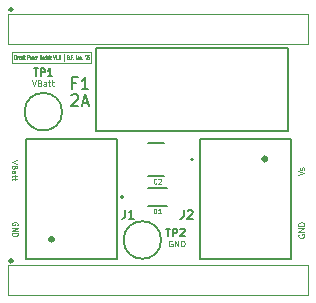
<source format=gbr>
%TF.GenerationSoftware,KiCad,Pcbnew,8.0.7*%
%TF.CreationDate,2025-01-14T17:05:08-05:00*%
%TF.ProjectId,Circuit Power Module,43697263-7569-4742-9050-6f776572204d,rev?*%
%TF.SameCoordinates,Original*%
%TF.FileFunction,Legend,Top*%
%TF.FilePolarity,Positive*%
%FSLAX46Y46*%
G04 Gerber Fmt 4.6, Leading zero omitted, Abs format (unit mm)*
G04 Created by KiCad (PCBNEW 8.0.7) date 2025-01-14 17:05:08*
%MOMM*%
%LPD*%
G01*
G04 APERTURE LIST*
%ADD10C,0.100000*%
%ADD11C,0.050000*%
%ADD12C,0.150000*%
%ADD13C,0.062500*%
%ADD14C,0.076200*%
%ADD15C,0.254000*%
%ADD16C,0.152400*%
%ADD17C,0.127000*%
%ADD18C,0.200000*%
%ADD19C,0.400000*%
G04 APERTURE END LIST*
D10*
X69050000Y-53960000D02*
X75740000Y-53960000D01*
X75740000Y-54840000D01*
X69050000Y-54840000D01*
X69050000Y-53960000D01*
X69498842Y-68607932D02*
X69520271Y-68565075D01*
X69520271Y-68565075D02*
X69520271Y-68500789D01*
X69520271Y-68500789D02*
X69498842Y-68436503D01*
X69498842Y-68436503D02*
X69455985Y-68393646D01*
X69455985Y-68393646D02*
X69413128Y-68372217D01*
X69413128Y-68372217D02*
X69327414Y-68350789D01*
X69327414Y-68350789D02*
X69263128Y-68350789D01*
X69263128Y-68350789D02*
X69177414Y-68372217D01*
X69177414Y-68372217D02*
X69134557Y-68393646D01*
X69134557Y-68393646D02*
X69091700Y-68436503D01*
X69091700Y-68436503D02*
X69070271Y-68500789D01*
X69070271Y-68500789D02*
X69070271Y-68543646D01*
X69070271Y-68543646D02*
X69091700Y-68607932D01*
X69091700Y-68607932D02*
X69113128Y-68629360D01*
X69113128Y-68629360D02*
X69263128Y-68629360D01*
X69263128Y-68629360D02*
X69263128Y-68543646D01*
X69070271Y-68822217D02*
X69520271Y-68822217D01*
X69520271Y-68822217D02*
X69070271Y-69079360D01*
X69070271Y-69079360D02*
X69520271Y-69079360D01*
X69070271Y-69293646D02*
X69520271Y-69293646D01*
X69520271Y-69293646D02*
X69520271Y-69400789D01*
X69520271Y-69400789D02*
X69498842Y-69465075D01*
X69498842Y-69465075D02*
X69455985Y-69507932D01*
X69455985Y-69507932D02*
X69413128Y-69529361D01*
X69413128Y-69529361D02*
X69327414Y-69550789D01*
X69327414Y-69550789D02*
X69263128Y-69550789D01*
X69263128Y-69550789D02*
X69177414Y-69529361D01*
X69177414Y-69529361D02*
X69134557Y-69507932D01*
X69134557Y-69507932D02*
X69091700Y-69465075D01*
X69091700Y-69465075D02*
X69070271Y-69400789D01*
X69070271Y-69400789D02*
X69070271Y-69293646D01*
X70737218Y-56323609D02*
X70903884Y-56823609D01*
X70903884Y-56823609D02*
X71070551Y-56323609D01*
X71403884Y-56561704D02*
X71475312Y-56585514D01*
X71475312Y-56585514D02*
X71499122Y-56609323D01*
X71499122Y-56609323D02*
X71522931Y-56656942D01*
X71522931Y-56656942D02*
X71522931Y-56728371D01*
X71522931Y-56728371D02*
X71499122Y-56775990D01*
X71499122Y-56775990D02*
X71475312Y-56799800D01*
X71475312Y-56799800D02*
X71427693Y-56823609D01*
X71427693Y-56823609D02*
X71237217Y-56823609D01*
X71237217Y-56823609D02*
X71237217Y-56323609D01*
X71237217Y-56323609D02*
X71403884Y-56323609D01*
X71403884Y-56323609D02*
X71451503Y-56347419D01*
X71451503Y-56347419D02*
X71475312Y-56371228D01*
X71475312Y-56371228D02*
X71499122Y-56418847D01*
X71499122Y-56418847D02*
X71499122Y-56466466D01*
X71499122Y-56466466D02*
X71475312Y-56514085D01*
X71475312Y-56514085D02*
X71451503Y-56537895D01*
X71451503Y-56537895D02*
X71403884Y-56561704D01*
X71403884Y-56561704D02*
X71237217Y-56561704D01*
X71951503Y-56823609D02*
X71951503Y-56561704D01*
X71951503Y-56561704D02*
X71927693Y-56514085D01*
X71927693Y-56514085D02*
X71880074Y-56490276D01*
X71880074Y-56490276D02*
X71784836Y-56490276D01*
X71784836Y-56490276D02*
X71737217Y-56514085D01*
X71951503Y-56799800D02*
X71903884Y-56823609D01*
X71903884Y-56823609D02*
X71784836Y-56823609D01*
X71784836Y-56823609D02*
X71737217Y-56799800D01*
X71737217Y-56799800D02*
X71713408Y-56752180D01*
X71713408Y-56752180D02*
X71713408Y-56704561D01*
X71713408Y-56704561D02*
X71737217Y-56656942D01*
X71737217Y-56656942D02*
X71784836Y-56633133D01*
X71784836Y-56633133D02*
X71903884Y-56633133D01*
X71903884Y-56633133D02*
X71951503Y-56609323D01*
X72118170Y-56490276D02*
X72308646Y-56490276D01*
X72189598Y-56323609D02*
X72189598Y-56752180D01*
X72189598Y-56752180D02*
X72213408Y-56799800D01*
X72213408Y-56799800D02*
X72261027Y-56823609D01*
X72261027Y-56823609D02*
X72308646Y-56823609D01*
X72403884Y-56490276D02*
X72594360Y-56490276D01*
X72475312Y-56323609D02*
X72475312Y-56752180D01*
X72475312Y-56752180D02*
X72499122Y-56799800D01*
X72499122Y-56799800D02*
X72546741Y-56823609D01*
X72546741Y-56823609D02*
X72594360Y-56823609D01*
X93283609Y-64393258D02*
X93783609Y-64226592D01*
X93783609Y-64226592D02*
X93283609Y-64059925D01*
X93759800Y-63917068D02*
X93783609Y-63869449D01*
X93783609Y-63869449D02*
X93783609Y-63774211D01*
X93783609Y-63774211D02*
X93759800Y-63726592D01*
X93759800Y-63726592D02*
X93712180Y-63702783D01*
X93712180Y-63702783D02*
X93688371Y-63702783D01*
X93688371Y-63702783D02*
X93640752Y-63726592D01*
X93640752Y-63726592D02*
X93616942Y-63774211D01*
X93616942Y-63774211D02*
X93616942Y-63845640D01*
X93616942Y-63845640D02*
X93593133Y-63893259D01*
X93593133Y-63893259D02*
X93545514Y-63917068D01*
X93545514Y-63917068D02*
X93521704Y-63917068D01*
X93521704Y-63917068D02*
X93474085Y-63893259D01*
X93474085Y-63893259D02*
X93450276Y-63845640D01*
X93450276Y-63845640D02*
X93450276Y-63774211D01*
X93450276Y-63774211D02*
X93474085Y-63726592D01*
X69490271Y-63115075D02*
X69040271Y-63265075D01*
X69040271Y-63265075D02*
X69490271Y-63415075D01*
X69275985Y-63715074D02*
X69254557Y-63779360D01*
X69254557Y-63779360D02*
X69233128Y-63800789D01*
X69233128Y-63800789D02*
X69190271Y-63822217D01*
X69190271Y-63822217D02*
X69125985Y-63822217D01*
X69125985Y-63822217D02*
X69083128Y-63800789D01*
X69083128Y-63800789D02*
X69061700Y-63779360D01*
X69061700Y-63779360D02*
X69040271Y-63736503D01*
X69040271Y-63736503D02*
X69040271Y-63565074D01*
X69040271Y-63565074D02*
X69490271Y-63565074D01*
X69490271Y-63565074D02*
X69490271Y-63715074D01*
X69490271Y-63715074D02*
X69468842Y-63757932D01*
X69468842Y-63757932D02*
X69447414Y-63779360D01*
X69447414Y-63779360D02*
X69404557Y-63800789D01*
X69404557Y-63800789D02*
X69361700Y-63800789D01*
X69361700Y-63800789D02*
X69318842Y-63779360D01*
X69318842Y-63779360D02*
X69297414Y-63757932D01*
X69297414Y-63757932D02*
X69275985Y-63715074D01*
X69275985Y-63715074D02*
X69275985Y-63565074D01*
X69040271Y-64207932D02*
X69275985Y-64207932D01*
X69275985Y-64207932D02*
X69318842Y-64186503D01*
X69318842Y-64186503D02*
X69340271Y-64143646D01*
X69340271Y-64143646D02*
X69340271Y-64057932D01*
X69340271Y-64057932D02*
X69318842Y-64015074D01*
X69061700Y-64207932D02*
X69040271Y-64165074D01*
X69040271Y-64165074D02*
X69040271Y-64057932D01*
X69040271Y-64057932D02*
X69061700Y-64015074D01*
X69061700Y-64015074D02*
X69104557Y-63993646D01*
X69104557Y-63993646D02*
X69147414Y-63993646D01*
X69147414Y-63993646D02*
X69190271Y-64015074D01*
X69190271Y-64015074D02*
X69211700Y-64057932D01*
X69211700Y-64057932D02*
X69211700Y-64165074D01*
X69211700Y-64165074D02*
X69233128Y-64207932D01*
X69340271Y-64357932D02*
X69340271Y-64529360D01*
X69490271Y-64422217D02*
X69104557Y-64422217D01*
X69104557Y-64422217D02*
X69061700Y-64443646D01*
X69061700Y-64443646D02*
X69040271Y-64486503D01*
X69040271Y-64486503D02*
X69040271Y-64529360D01*
X69340271Y-64615075D02*
X69340271Y-64786503D01*
X69490271Y-64679360D02*
X69104557Y-64679360D01*
X69104557Y-64679360D02*
X69061700Y-64700789D01*
X69061700Y-64700789D02*
X69040271Y-64743646D01*
X69040271Y-64743646D02*
X69040271Y-64786503D01*
D11*
X69334798Y-54540352D02*
X69325274Y-54559400D01*
X69325274Y-54559400D02*
X69296703Y-54578447D01*
X69296703Y-54578447D02*
X69277655Y-54578447D01*
X69277655Y-54578447D02*
X69249084Y-54559400D01*
X69249084Y-54559400D02*
X69230036Y-54521304D01*
X69230036Y-54521304D02*
X69220513Y-54483209D01*
X69220513Y-54483209D02*
X69210989Y-54407019D01*
X69210989Y-54407019D02*
X69210989Y-54349876D01*
X69210989Y-54349876D02*
X69220513Y-54273685D01*
X69220513Y-54273685D02*
X69230036Y-54235590D01*
X69230036Y-54235590D02*
X69249084Y-54197495D01*
X69249084Y-54197495D02*
X69277655Y-54178447D01*
X69277655Y-54178447D02*
X69296703Y-54178447D01*
X69296703Y-54178447D02*
X69325274Y-54197495D01*
X69325274Y-54197495D02*
X69334798Y-54216542D01*
X69420513Y-54578447D02*
X69420513Y-54311780D01*
X69420513Y-54178447D02*
X69410989Y-54197495D01*
X69410989Y-54197495D02*
X69420513Y-54216542D01*
X69420513Y-54216542D02*
X69430036Y-54197495D01*
X69430036Y-54197495D02*
X69420513Y-54178447D01*
X69420513Y-54178447D02*
X69420513Y-54216542D01*
X69515751Y-54578447D02*
X69515751Y-54311780D01*
X69515751Y-54387971D02*
X69525274Y-54349876D01*
X69525274Y-54349876D02*
X69534798Y-54330828D01*
X69534798Y-54330828D02*
X69553846Y-54311780D01*
X69553846Y-54311780D02*
X69572893Y-54311780D01*
X69725275Y-54559400D02*
X69706227Y-54578447D01*
X69706227Y-54578447D02*
X69668132Y-54578447D01*
X69668132Y-54578447D02*
X69649084Y-54559400D01*
X69649084Y-54559400D02*
X69639561Y-54540352D01*
X69639561Y-54540352D02*
X69630037Y-54502257D01*
X69630037Y-54502257D02*
X69630037Y-54387971D01*
X69630037Y-54387971D02*
X69639561Y-54349876D01*
X69639561Y-54349876D02*
X69649084Y-54330828D01*
X69649084Y-54330828D02*
X69668132Y-54311780D01*
X69668132Y-54311780D02*
X69706227Y-54311780D01*
X69706227Y-54311780D02*
X69725275Y-54330828D01*
X69896704Y-54311780D02*
X69896704Y-54578447D01*
X69810990Y-54311780D02*
X69810990Y-54521304D01*
X69810990Y-54521304D02*
X69820513Y-54559400D01*
X69820513Y-54559400D02*
X69839561Y-54578447D01*
X69839561Y-54578447D02*
X69868132Y-54578447D01*
X69868132Y-54578447D02*
X69887180Y-54559400D01*
X69887180Y-54559400D02*
X69896704Y-54540352D01*
X69991942Y-54578447D02*
X69991942Y-54311780D01*
X69991942Y-54178447D02*
X69982418Y-54197495D01*
X69982418Y-54197495D02*
X69991942Y-54216542D01*
X69991942Y-54216542D02*
X70001465Y-54197495D01*
X70001465Y-54197495D02*
X69991942Y-54178447D01*
X69991942Y-54178447D02*
X69991942Y-54216542D01*
X70058608Y-54311780D02*
X70134799Y-54311780D01*
X70087180Y-54178447D02*
X70087180Y-54521304D01*
X70087180Y-54521304D02*
X70096703Y-54559400D01*
X70096703Y-54559400D02*
X70115751Y-54578447D01*
X70115751Y-54578447D02*
X70134799Y-54578447D01*
X70353847Y-54578447D02*
X70353847Y-54178447D01*
X70353847Y-54178447D02*
X70430037Y-54178447D01*
X70430037Y-54178447D02*
X70449085Y-54197495D01*
X70449085Y-54197495D02*
X70458608Y-54216542D01*
X70458608Y-54216542D02*
X70468132Y-54254638D01*
X70468132Y-54254638D02*
X70468132Y-54311780D01*
X70468132Y-54311780D02*
X70458608Y-54349876D01*
X70458608Y-54349876D02*
X70449085Y-54368923D01*
X70449085Y-54368923D02*
X70430037Y-54387971D01*
X70430037Y-54387971D02*
X70353847Y-54387971D01*
X70582418Y-54578447D02*
X70563370Y-54559400D01*
X70563370Y-54559400D02*
X70553847Y-54540352D01*
X70553847Y-54540352D02*
X70544323Y-54502257D01*
X70544323Y-54502257D02*
X70544323Y-54387971D01*
X70544323Y-54387971D02*
X70553847Y-54349876D01*
X70553847Y-54349876D02*
X70563370Y-54330828D01*
X70563370Y-54330828D02*
X70582418Y-54311780D01*
X70582418Y-54311780D02*
X70610989Y-54311780D01*
X70610989Y-54311780D02*
X70630037Y-54330828D01*
X70630037Y-54330828D02*
X70639561Y-54349876D01*
X70639561Y-54349876D02*
X70649085Y-54387971D01*
X70649085Y-54387971D02*
X70649085Y-54502257D01*
X70649085Y-54502257D02*
X70639561Y-54540352D01*
X70639561Y-54540352D02*
X70630037Y-54559400D01*
X70630037Y-54559400D02*
X70610989Y-54578447D01*
X70610989Y-54578447D02*
X70582418Y-54578447D01*
X70715751Y-54311780D02*
X70753846Y-54578447D01*
X70753846Y-54578447D02*
X70791941Y-54387971D01*
X70791941Y-54387971D02*
X70830037Y-54578447D01*
X70830037Y-54578447D02*
X70868132Y-54311780D01*
X71020513Y-54559400D02*
X71001465Y-54578447D01*
X71001465Y-54578447D02*
X70963370Y-54578447D01*
X70963370Y-54578447D02*
X70944323Y-54559400D01*
X70944323Y-54559400D02*
X70934799Y-54521304D01*
X70934799Y-54521304D02*
X70934799Y-54368923D01*
X70934799Y-54368923D02*
X70944323Y-54330828D01*
X70944323Y-54330828D02*
X70963370Y-54311780D01*
X70963370Y-54311780D02*
X71001465Y-54311780D01*
X71001465Y-54311780D02*
X71020513Y-54330828D01*
X71020513Y-54330828D02*
X71030037Y-54368923D01*
X71030037Y-54368923D02*
X71030037Y-54407019D01*
X71030037Y-54407019D02*
X70934799Y-54445114D01*
X71115752Y-54578447D02*
X71115752Y-54311780D01*
X71115752Y-54387971D02*
X71125275Y-54349876D01*
X71125275Y-54349876D02*
X71134799Y-54330828D01*
X71134799Y-54330828D02*
X71153847Y-54311780D01*
X71153847Y-54311780D02*
X71172894Y-54311780D01*
X71391943Y-54578447D02*
X71391943Y-54178447D01*
X71391943Y-54178447D02*
X71458609Y-54464161D01*
X71458609Y-54464161D02*
X71525276Y-54178447D01*
X71525276Y-54178447D02*
X71525276Y-54578447D01*
X71649085Y-54578447D02*
X71630037Y-54559400D01*
X71630037Y-54559400D02*
X71620514Y-54540352D01*
X71620514Y-54540352D02*
X71610990Y-54502257D01*
X71610990Y-54502257D02*
X71610990Y-54387971D01*
X71610990Y-54387971D02*
X71620514Y-54349876D01*
X71620514Y-54349876D02*
X71630037Y-54330828D01*
X71630037Y-54330828D02*
X71649085Y-54311780D01*
X71649085Y-54311780D02*
X71677656Y-54311780D01*
X71677656Y-54311780D02*
X71696704Y-54330828D01*
X71696704Y-54330828D02*
X71706228Y-54349876D01*
X71706228Y-54349876D02*
X71715752Y-54387971D01*
X71715752Y-54387971D02*
X71715752Y-54502257D01*
X71715752Y-54502257D02*
X71706228Y-54540352D01*
X71706228Y-54540352D02*
X71696704Y-54559400D01*
X71696704Y-54559400D02*
X71677656Y-54578447D01*
X71677656Y-54578447D02*
X71649085Y-54578447D01*
X71887180Y-54578447D02*
X71887180Y-54178447D01*
X71887180Y-54559400D02*
X71868132Y-54578447D01*
X71868132Y-54578447D02*
X71830037Y-54578447D01*
X71830037Y-54578447D02*
X71810989Y-54559400D01*
X71810989Y-54559400D02*
X71801466Y-54540352D01*
X71801466Y-54540352D02*
X71791942Y-54502257D01*
X71791942Y-54502257D02*
X71791942Y-54387971D01*
X71791942Y-54387971D02*
X71801466Y-54349876D01*
X71801466Y-54349876D02*
X71810989Y-54330828D01*
X71810989Y-54330828D02*
X71830037Y-54311780D01*
X71830037Y-54311780D02*
X71868132Y-54311780D01*
X71868132Y-54311780D02*
X71887180Y-54330828D01*
X72068132Y-54311780D02*
X72068132Y-54578447D01*
X71982418Y-54311780D02*
X71982418Y-54521304D01*
X71982418Y-54521304D02*
X71991941Y-54559400D01*
X71991941Y-54559400D02*
X72010989Y-54578447D01*
X72010989Y-54578447D02*
X72039560Y-54578447D01*
X72039560Y-54578447D02*
X72058608Y-54559400D01*
X72058608Y-54559400D02*
X72068132Y-54540352D01*
X72191941Y-54578447D02*
X72172893Y-54559400D01*
X72172893Y-54559400D02*
X72163370Y-54521304D01*
X72163370Y-54521304D02*
X72163370Y-54178447D01*
X72344322Y-54559400D02*
X72325274Y-54578447D01*
X72325274Y-54578447D02*
X72287179Y-54578447D01*
X72287179Y-54578447D02*
X72268132Y-54559400D01*
X72268132Y-54559400D02*
X72258608Y-54521304D01*
X72258608Y-54521304D02*
X72258608Y-54368923D01*
X72258608Y-54368923D02*
X72268132Y-54330828D01*
X72268132Y-54330828D02*
X72287179Y-54311780D01*
X72287179Y-54311780D02*
X72325274Y-54311780D01*
X72325274Y-54311780D02*
X72344322Y-54330828D01*
X72344322Y-54330828D02*
X72353846Y-54368923D01*
X72353846Y-54368923D02*
X72353846Y-54407019D01*
X72353846Y-54407019D02*
X72258608Y-54445114D01*
X72563370Y-54178447D02*
X72630037Y-54578447D01*
X72630037Y-54578447D02*
X72696703Y-54178447D01*
X72868132Y-54578447D02*
X72753847Y-54578447D01*
X72810990Y-54578447D02*
X72810990Y-54178447D01*
X72810990Y-54178447D02*
X72791942Y-54235590D01*
X72791942Y-54235590D02*
X72772894Y-54273685D01*
X72772894Y-54273685D02*
X72753847Y-54292733D01*
X72953847Y-54540352D02*
X72963370Y-54559400D01*
X72963370Y-54559400D02*
X72953847Y-54578447D01*
X72953847Y-54578447D02*
X72944323Y-54559400D01*
X72944323Y-54559400D02*
X72953847Y-54540352D01*
X72953847Y-54540352D02*
X72953847Y-54578447D01*
X73087180Y-54178447D02*
X73106227Y-54178447D01*
X73106227Y-54178447D02*
X73125275Y-54197495D01*
X73125275Y-54197495D02*
X73134799Y-54216542D01*
X73134799Y-54216542D02*
X73144323Y-54254638D01*
X73144323Y-54254638D02*
X73153846Y-54330828D01*
X73153846Y-54330828D02*
X73153846Y-54426066D01*
X73153846Y-54426066D02*
X73144323Y-54502257D01*
X73144323Y-54502257D02*
X73134799Y-54540352D01*
X73134799Y-54540352D02*
X73125275Y-54559400D01*
X73125275Y-54559400D02*
X73106227Y-54578447D01*
X73106227Y-54578447D02*
X73087180Y-54578447D01*
X73087180Y-54578447D02*
X73068132Y-54559400D01*
X73068132Y-54559400D02*
X73058608Y-54540352D01*
X73058608Y-54540352D02*
X73049085Y-54502257D01*
X73049085Y-54502257D02*
X73039561Y-54426066D01*
X73039561Y-54426066D02*
X73039561Y-54330828D01*
X73039561Y-54330828D02*
X73049085Y-54254638D01*
X73049085Y-54254638D02*
X73058608Y-54216542D01*
X73058608Y-54216542D02*
X73068132Y-54197495D01*
X73068132Y-54197495D02*
X73087180Y-54178447D01*
X73439561Y-54711780D02*
X73439561Y-54140352D01*
X73801465Y-54368923D02*
X73830037Y-54387971D01*
X73830037Y-54387971D02*
X73839560Y-54407019D01*
X73839560Y-54407019D02*
X73849084Y-54445114D01*
X73849084Y-54445114D02*
X73849084Y-54502257D01*
X73849084Y-54502257D02*
X73839560Y-54540352D01*
X73839560Y-54540352D02*
X73830037Y-54559400D01*
X73830037Y-54559400D02*
X73810989Y-54578447D01*
X73810989Y-54578447D02*
X73734799Y-54578447D01*
X73734799Y-54578447D02*
X73734799Y-54178447D01*
X73734799Y-54178447D02*
X73801465Y-54178447D01*
X73801465Y-54178447D02*
X73820513Y-54197495D01*
X73820513Y-54197495D02*
X73830037Y-54216542D01*
X73830037Y-54216542D02*
X73839560Y-54254638D01*
X73839560Y-54254638D02*
X73839560Y-54292733D01*
X73839560Y-54292733D02*
X73830037Y-54330828D01*
X73830037Y-54330828D02*
X73820513Y-54349876D01*
X73820513Y-54349876D02*
X73801465Y-54368923D01*
X73801465Y-54368923D02*
X73734799Y-54368923D01*
X73934799Y-54540352D02*
X73944322Y-54559400D01*
X73944322Y-54559400D02*
X73934799Y-54578447D01*
X73934799Y-54578447D02*
X73925275Y-54559400D01*
X73925275Y-54559400D02*
X73934799Y-54540352D01*
X73934799Y-54540352D02*
X73934799Y-54578447D01*
X74096703Y-54368923D02*
X74030037Y-54368923D01*
X74030037Y-54578447D02*
X74030037Y-54178447D01*
X74030037Y-54178447D02*
X74125275Y-54178447D01*
X74201466Y-54540352D02*
X74210989Y-54559400D01*
X74210989Y-54559400D02*
X74201466Y-54578447D01*
X74201466Y-54578447D02*
X74191942Y-54559400D01*
X74191942Y-54559400D02*
X74201466Y-54540352D01*
X74201466Y-54540352D02*
X74201466Y-54578447D01*
X74506227Y-54178447D02*
X74506227Y-54464161D01*
X74506227Y-54464161D02*
X74496704Y-54521304D01*
X74496704Y-54521304D02*
X74477656Y-54559400D01*
X74477656Y-54559400D02*
X74449085Y-54578447D01*
X74449085Y-54578447D02*
X74430037Y-54578447D01*
X74687180Y-54578447D02*
X74687180Y-54368923D01*
X74687180Y-54368923D02*
X74677656Y-54330828D01*
X74677656Y-54330828D02*
X74658608Y-54311780D01*
X74658608Y-54311780D02*
X74620513Y-54311780D01*
X74620513Y-54311780D02*
X74601466Y-54330828D01*
X74687180Y-54559400D02*
X74668132Y-54578447D01*
X74668132Y-54578447D02*
X74620513Y-54578447D01*
X74620513Y-54578447D02*
X74601466Y-54559400D01*
X74601466Y-54559400D02*
X74591942Y-54521304D01*
X74591942Y-54521304D02*
X74591942Y-54483209D01*
X74591942Y-54483209D02*
X74601466Y-54445114D01*
X74601466Y-54445114D02*
X74620513Y-54426066D01*
X74620513Y-54426066D02*
X74668132Y-54426066D01*
X74668132Y-54426066D02*
X74687180Y-54407019D01*
X74782418Y-54311780D02*
X74782418Y-54578447D01*
X74782418Y-54349876D02*
X74791941Y-54330828D01*
X74791941Y-54330828D02*
X74810989Y-54311780D01*
X74810989Y-54311780D02*
X74839560Y-54311780D01*
X74839560Y-54311780D02*
X74858608Y-54330828D01*
X74858608Y-54330828D02*
X74868132Y-54368923D01*
X74868132Y-54368923D02*
X74868132Y-54578447D01*
X74963370Y-54540352D02*
X74972893Y-54559400D01*
X74972893Y-54559400D02*
X74963370Y-54578447D01*
X74963370Y-54578447D02*
X74953846Y-54559400D01*
X74953846Y-54559400D02*
X74963370Y-54540352D01*
X74963370Y-54540352D02*
X74963370Y-54578447D01*
X75220512Y-54178447D02*
X75201465Y-54254638D01*
X75296703Y-54216542D02*
X75306227Y-54197495D01*
X75306227Y-54197495D02*
X75325274Y-54178447D01*
X75325274Y-54178447D02*
X75372893Y-54178447D01*
X75372893Y-54178447D02*
X75391941Y-54197495D01*
X75391941Y-54197495D02*
X75401465Y-54216542D01*
X75401465Y-54216542D02*
X75410988Y-54254638D01*
X75410988Y-54254638D02*
X75410988Y-54292733D01*
X75410988Y-54292733D02*
X75401465Y-54349876D01*
X75401465Y-54349876D02*
X75287179Y-54578447D01*
X75287179Y-54578447D02*
X75410988Y-54578447D01*
X75591941Y-54178447D02*
X75496703Y-54178447D01*
X75496703Y-54178447D02*
X75487179Y-54368923D01*
X75487179Y-54368923D02*
X75496703Y-54349876D01*
X75496703Y-54349876D02*
X75515750Y-54330828D01*
X75515750Y-54330828D02*
X75563369Y-54330828D01*
X75563369Y-54330828D02*
X75582417Y-54349876D01*
X75582417Y-54349876D02*
X75591941Y-54368923D01*
X75591941Y-54368923D02*
X75601464Y-54407019D01*
X75601464Y-54407019D02*
X75601464Y-54502257D01*
X75601464Y-54502257D02*
X75591941Y-54540352D01*
X75591941Y-54540352D02*
X75582417Y-54559400D01*
X75582417Y-54559400D02*
X75563369Y-54578447D01*
X75563369Y-54578447D02*
X75515750Y-54578447D01*
X75515750Y-54578447D02*
X75496703Y-54559400D01*
X75496703Y-54559400D02*
X75487179Y-54540352D01*
D10*
X82616741Y-69927419D02*
X82569122Y-69903609D01*
X82569122Y-69903609D02*
X82497693Y-69903609D01*
X82497693Y-69903609D02*
X82426265Y-69927419D01*
X82426265Y-69927419D02*
X82378646Y-69975038D01*
X82378646Y-69975038D02*
X82354836Y-70022657D01*
X82354836Y-70022657D02*
X82331027Y-70117895D01*
X82331027Y-70117895D02*
X82331027Y-70189323D01*
X82331027Y-70189323D02*
X82354836Y-70284561D01*
X82354836Y-70284561D02*
X82378646Y-70332180D01*
X82378646Y-70332180D02*
X82426265Y-70379800D01*
X82426265Y-70379800D02*
X82497693Y-70403609D01*
X82497693Y-70403609D02*
X82545312Y-70403609D01*
X82545312Y-70403609D02*
X82616741Y-70379800D01*
X82616741Y-70379800D02*
X82640550Y-70355990D01*
X82640550Y-70355990D02*
X82640550Y-70189323D01*
X82640550Y-70189323D02*
X82545312Y-70189323D01*
X82854836Y-70403609D02*
X82854836Y-69903609D01*
X82854836Y-69903609D02*
X83140550Y-70403609D01*
X83140550Y-70403609D02*
X83140550Y-69903609D01*
X83378646Y-70403609D02*
X83378646Y-69903609D01*
X83378646Y-69903609D02*
X83497694Y-69903609D01*
X83497694Y-69903609D02*
X83569122Y-69927419D01*
X83569122Y-69927419D02*
X83616741Y-69975038D01*
X83616741Y-69975038D02*
X83640551Y-70022657D01*
X83640551Y-70022657D02*
X83664360Y-70117895D01*
X83664360Y-70117895D02*
X83664360Y-70189323D01*
X83664360Y-70189323D02*
X83640551Y-70284561D01*
X83640551Y-70284561D02*
X83616741Y-70332180D01*
X83616741Y-70332180D02*
X83569122Y-70379800D01*
X83569122Y-70379800D02*
X83497694Y-70403609D01*
X83497694Y-70403609D02*
X83378646Y-70403609D01*
X93307419Y-69405163D02*
X93283609Y-69452782D01*
X93283609Y-69452782D02*
X93283609Y-69524211D01*
X93283609Y-69524211D02*
X93307419Y-69595639D01*
X93307419Y-69595639D02*
X93355038Y-69643258D01*
X93355038Y-69643258D02*
X93402657Y-69667068D01*
X93402657Y-69667068D02*
X93497895Y-69690877D01*
X93497895Y-69690877D02*
X93569323Y-69690877D01*
X93569323Y-69690877D02*
X93664561Y-69667068D01*
X93664561Y-69667068D02*
X93712180Y-69643258D01*
X93712180Y-69643258D02*
X93759800Y-69595639D01*
X93759800Y-69595639D02*
X93783609Y-69524211D01*
X93783609Y-69524211D02*
X93783609Y-69476592D01*
X93783609Y-69476592D02*
X93759800Y-69405163D01*
X93759800Y-69405163D02*
X93735990Y-69381354D01*
X93735990Y-69381354D02*
X93569323Y-69381354D01*
X93569323Y-69381354D02*
X93569323Y-69476592D01*
X93783609Y-69167068D02*
X93283609Y-69167068D01*
X93283609Y-69167068D02*
X93783609Y-68881354D01*
X93783609Y-68881354D02*
X93283609Y-68881354D01*
X93783609Y-68643258D02*
X93283609Y-68643258D01*
X93283609Y-68643258D02*
X93283609Y-68524210D01*
X93283609Y-68524210D02*
X93307419Y-68452782D01*
X93307419Y-68452782D02*
X93355038Y-68405163D01*
X93355038Y-68405163D02*
X93402657Y-68381353D01*
X93402657Y-68381353D02*
X93497895Y-68357544D01*
X93497895Y-68357544D02*
X93569323Y-68357544D01*
X93569323Y-68357544D02*
X93664561Y-68381353D01*
X93664561Y-68381353D02*
X93712180Y-68405163D01*
X93712180Y-68405163D02*
X93759800Y-68452782D01*
X93759800Y-68452782D02*
X93783609Y-68524210D01*
X93783609Y-68524210D02*
X93783609Y-68643258D01*
D12*
X74082268Y-57620057D02*
X74129887Y-57572438D01*
X74129887Y-57572438D02*
X74225125Y-57524819D01*
X74225125Y-57524819D02*
X74463220Y-57524819D01*
X74463220Y-57524819D02*
X74558458Y-57572438D01*
X74558458Y-57572438D02*
X74606077Y-57620057D01*
X74606077Y-57620057D02*
X74653696Y-57715295D01*
X74653696Y-57715295D02*
X74653696Y-57810533D01*
X74653696Y-57810533D02*
X74606077Y-57953390D01*
X74606077Y-57953390D02*
X74034649Y-58524819D01*
X74034649Y-58524819D02*
X74653696Y-58524819D01*
X75034649Y-58239104D02*
X75510839Y-58239104D01*
X74939411Y-58524819D02*
X75272744Y-57524819D01*
X75272744Y-57524819D02*
X75606077Y-58524819D01*
D10*
X81283333Y-65041752D02*
X81264285Y-65060800D01*
X81264285Y-65060800D02*
X81207143Y-65079847D01*
X81207143Y-65079847D02*
X81169047Y-65079847D01*
X81169047Y-65079847D02*
X81111904Y-65060800D01*
X81111904Y-65060800D02*
X81073809Y-65022704D01*
X81073809Y-65022704D02*
X81054762Y-64984609D01*
X81054762Y-64984609D02*
X81035714Y-64908419D01*
X81035714Y-64908419D02*
X81035714Y-64851276D01*
X81035714Y-64851276D02*
X81054762Y-64775085D01*
X81054762Y-64775085D02*
X81073809Y-64736990D01*
X81073809Y-64736990D02*
X81111904Y-64698895D01*
X81111904Y-64698895D02*
X81169047Y-64679847D01*
X81169047Y-64679847D02*
X81207143Y-64679847D01*
X81207143Y-64679847D02*
X81264285Y-64698895D01*
X81264285Y-64698895D02*
X81283333Y-64717942D01*
X81435714Y-64717942D02*
X81454762Y-64698895D01*
X81454762Y-64698895D02*
X81492857Y-64679847D01*
X81492857Y-64679847D02*
X81588095Y-64679847D01*
X81588095Y-64679847D02*
X81626190Y-64698895D01*
X81626190Y-64698895D02*
X81645238Y-64717942D01*
X81645238Y-64717942D02*
X81664285Y-64756038D01*
X81664285Y-64756038D02*
X81664285Y-64794133D01*
X81664285Y-64794133D02*
X81645238Y-64851276D01*
X81645238Y-64851276D02*
X81416666Y-65079847D01*
X81416666Y-65079847D02*
X81664285Y-65079847D01*
D13*
X81054762Y-67611797D02*
X81054762Y-67211797D01*
X81054762Y-67211797D02*
X81150000Y-67211797D01*
X81150000Y-67211797D02*
X81207143Y-67230845D01*
X81207143Y-67230845D02*
X81245238Y-67268940D01*
X81245238Y-67268940D02*
X81264285Y-67307035D01*
X81264285Y-67307035D02*
X81283333Y-67383226D01*
X81283333Y-67383226D02*
X81283333Y-67440369D01*
X81283333Y-67440369D02*
X81264285Y-67516559D01*
X81264285Y-67516559D02*
X81245238Y-67554654D01*
X81245238Y-67554654D02*
X81207143Y-67592750D01*
X81207143Y-67592750D02*
X81150000Y-67611797D01*
X81150000Y-67611797D02*
X81054762Y-67611797D01*
X81664285Y-67611797D02*
X81435714Y-67611797D01*
X81550000Y-67611797D02*
X81550000Y-67211797D01*
X81550000Y-67211797D02*
X81511904Y-67268940D01*
X81511904Y-67268940D02*
X81473809Y-67307035D01*
X81473809Y-67307035D02*
X81435714Y-67326083D01*
D12*
X70892381Y-55328276D02*
X71258095Y-55328276D01*
X71075238Y-55968276D02*
X71075238Y-55328276D01*
X71471428Y-55968276D02*
X71471428Y-55328276D01*
X71471428Y-55328276D02*
X71715238Y-55328276D01*
X71715238Y-55328276D02*
X71776190Y-55358752D01*
X71776190Y-55358752D02*
X71806667Y-55389228D01*
X71806667Y-55389228D02*
X71837143Y-55450180D01*
X71837143Y-55450180D02*
X71837143Y-55541609D01*
X71837143Y-55541609D02*
X71806667Y-55602561D01*
X71806667Y-55602561D02*
X71776190Y-55633038D01*
X71776190Y-55633038D02*
X71715238Y-55663514D01*
X71715238Y-55663514D02*
X71471428Y-55663514D01*
X72446667Y-55968276D02*
X72080952Y-55968276D01*
X72263809Y-55968276D02*
X72263809Y-55328276D01*
X72263809Y-55328276D02*
X72202857Y-55419704D01*
X72202857Y-55419704D02*
X72141905Y-55480657D01*
X72141905Y-55480657D02*
X72080952Y-55511133D01*
X83590000Y-67309164D02*
X83590000Y-67844878D01*
X83590000Y-67844878D02*
X83554285Y-67952021D01*
X83554285Y-67952021D02*
X83482857Y-68023450D01*
X83482857Y-68023450D02*
X83375714Y-68059164D01*
X83375714Y-68059164D02*
X83304285Y-68059164D01*
X83911429Y-67380592D02*
X83947143Y-67344878D01*
X83947143Y-67344878D02*
X84018572Y-67309164D01*
X84018572Y-67309164D02*
X84197143Y-67309164D01*
X84197143Y-67309164D02*
X84268572Y-67344878D01*
X84268572Y-67344878D02*
X84304286Y-67380592D01*
X84304286Y-67380592D02*
X84340000Y-67452021D01*
X84340000Y-67452021D02*
X84340000Y-67523450D01*
X84340000Y-67523450D02*
X84304286Y-67630592D01*
X84304286Y-67630592D02*
X83875714Y-68059164D01*
X83875714Y-68059164D02*
X84340000Y-68059164D01*
X78620000Y-67309164D02*
X78620000Y-67844878D01*
X78620000Y-67844878D02*
X78584285Y-67952021D01*
X78584285Y-67952021D02*
X78512857Y-68023450D01*
X78512857Y-68023450D02*
X78405714Y-68059164D01*
X78405714Y-68059164D02*
X78334285Y-68059164D01*
X79370000Y-68059164D02*
X78941429Y-68059164D01*
X79155714Y-68059164D02*
X79155714Y-67309164D01*
X79155714Y-67309164D02*
X79084286Y-67416307D01*
X79084286Y-67416307D02*
X79012857Y-67487735D01*
X79012857Y-67487735D02*
X78941429Y-67523450D01*
X74463220Y-56571009D02*
X74129887Y-56571009D01*
X74129887Y-57094819D02*
X74129887Y-56094819D01*
X74129887Y-56094819D02*
X74606077Y-56094819D01*
X75510839Y-57094819D02*
X74939411Y-57094819D01*
X75225125Y-57094819D02*
X75225125Y-56094819D01*
X75225125Y-56094819D02*
X75129887Y-56237676D01*
X75129887Y-56237676D02*
X75034649Y-56332914D01*
X75034649Y-56332914D02*
X74939411Y-56380533D01*
X82102381Y-68908276D02*
X82468095Y-68908276D01*
X82285238Y-69548276D02*
X82285238Y-68908276D01*
X82681428Y-69548276D02*
X82681428Y-68908276D01*
X82681428Y-68908276D02*
X82925238Y-68908276D01*
X82925238Y-68908276D02*
X82986190Y-68938752D01*
X82986190Y-68938752D02*
X83016667Y-68969228D01*
X83016667Y-68969228D02*
X83047143Y-69030180D01*
X83047143Y-69030180D02*
X83047143Y-69121609D01*
X83047143Y-69121609D02*
X83016667Y-69182561D01*
X83016667Y-69182561D02*
X82986190Y-69213038D01*
X82986190Y-69213038D02*
X82925238Y-69243514D01*
X82925238Y-69243514D02*
X82681428Y-69243514D01*
X83290952Y-68969228D02*
X83321428Y-68938752D01*
X83321428Y-68938752D02*
X83382381Y-68908276D01*
X83382381Y-68908276D02*
X83534762Y-68908276D01*
X83534762Y-68908276D02*
X83595714Y-68938752D01*
X83595714Y-68938752D02*
X83626190Y-68969228D01*
X83626190Y-68969228D02*
X83656667Y-69030180D01*
X83656667Y-69030180D02*
X83656667Y-69091133D01*
X83656667Y-69091133D02*
X83626190Y-69182561D01*
X83626190Y-69182561D02*
X83260476Y-69548276D01*
X83260476Y-69548276D02*
X83656667Y-69548276D01*
D14*
%TO.C,REF\u002A\u002A*%
X68710000Y-72004150D02*
X68710000Y-74544150D01*
X68710000Y-72004150D02*
X94110000Y-72004150D01*
X94110000Y-72004150D02*
X94110000Y-74544150D01*
X94110000Y-74544150D02*
X68710000Y-74544150D01*
D15*
X69091000Y-71623150D02*
G75*
G02*
X68837000Y-71623150I-127000J0D01*
G01*
X68837000Y-71623150D02*
G75*
G02*
X69091000Y-71623150I127000J0D01*
G01*
D14*
X68710000Y-50734150D02*
X68710000Y-53274150D01*
X68710000Y-50734150D02*
X94110000Y-50734150D01*
X94110000Y-50734150D02*
X94110000Y-53274150D01*
X94110000Y-53274150D02*
X68710000Y-53274150D01*
D15*
X69091000Y-50353150D02*
G75*
G02*
X68837000Y-50353150I-127000J0D01*
G01*
X68837000Y-50353150D02*
G75*
G02*
X69091000Y-50353150I127000J0D01*
G01*
D16*
%TO.C,C2*%
X80587447Y-64413100D02*
X81953751Y-64413100D01*
X81953751Y-61659100D02*
X80587447Y-61659100D01*
X84343800Y-63036100D02*
G75*
G02*
X84191400Y-63036100I-76200J0D01*
G01*
X84191400Y-63036100D02*
G75*
G02*
X84343800Y-63036100I76200J0D01*
G01*
D17*
%TO.C,D1*%
X80545000Y-65470000D02*
X82205000Y-65470000D01*
X80545000Y-66970000D02*
X82205000Y-66970000D01*
D18*
X78475000Y-66220000D02*
G75*
G02*
X78275000Y-66220000I-100000J0D01*
G01*
X78275000Y-66220000D02*
G75*
G02*
X78475000Y-66220000I100000J0D01*
G01*
D17*
%TO.C,TP1*%
X73290000Y-59000000D02*
G75*
G02*
X70110000Y-59000000I-1590000J0D01*
G01*
X70110000Y-59000000D02*
G75*
G02*
X73290000Y-59000000I1590000J0D01*
G01*
D18*
%TO.C,J2*%
X84940000Y-61310000D02*
X92640000Y-61310000D01*
X84940000Y-71510000D02*
X84940000Y-61310000D01*
X92640000Y-61310000D02*
X92640000Y-71510000D01*
X92640000Y-71510000D02*
X84940000Y-71510000D01*
D19*
X90540000Y-63010000D02*
G75*
G02*
X90340000Y-63010000I-100000J0D01*
G01*
X90340000Y-63010000D02*
G75*
G02*
X90540000Y-63010000I100000J0D01*
G01*
D18*
%TO.C,J1*%
X70200000Y-61310000D02*
X77900000Y-61310000D01*
X70200000Y-71510000D02*
X70200000Y-61310000D01*
X77900000Y-61310000D02*
X77900000Y-71510000D01*
X77900000Y-71510000D02*
X70200000Y-71510000D01*
D19*
X72500000Y-69810000D02*
G75*
G02*
X72300000Y-69810000I-100000J0D01*
G01*
X72300000Y-69810000D02*
G75*
G02*
X72500000Y-69810000I100000J0D01*
G01*
D16*
%TO.C,F1*%
X76162000Y-53617500D02*
X76162000Y-60602500D01*
X92418000Y-53617500D02*
X76162000Y-53617500D01*
X92418000Y-53617500D02*
X92418000Y-60602500D01*
X92418000Y-60602500D02*
X76162000Y-60602500D01*
D17*
%TO.C,TP2*%
X81680000Y-69860000D02*
G75*
G02*
X78500000Y-69860000I-1590000J0D01*
G01*
X78500000Y-69860000D02*
G75*
G02*
X81680000Y-69860000I1590000J0D01*
G01*
%TD*%
M02*

</source>
